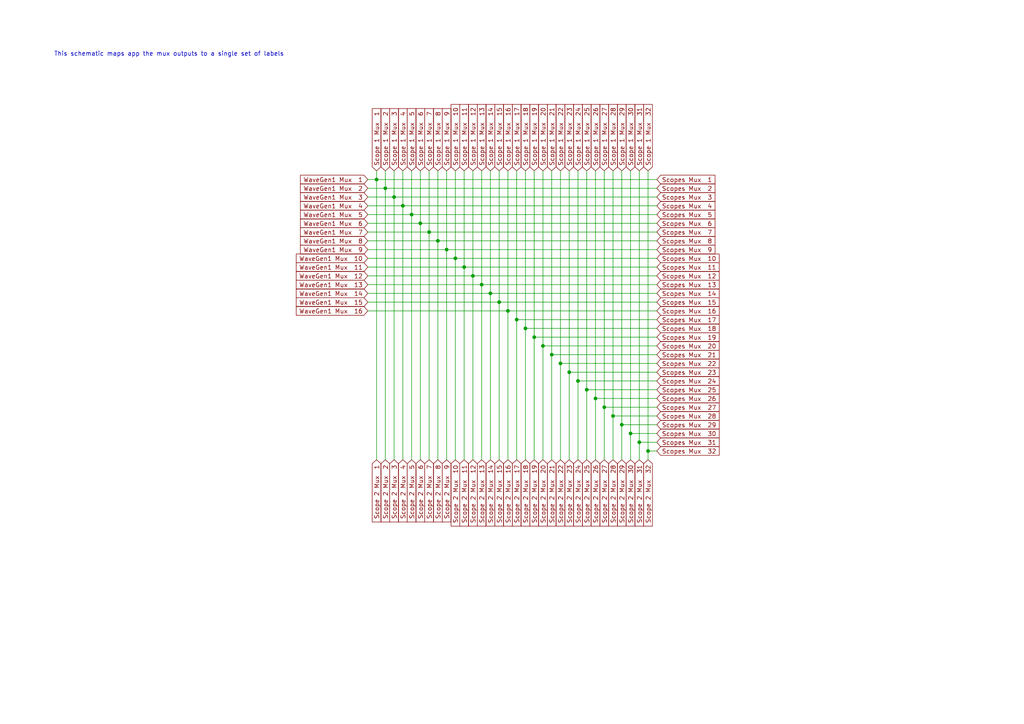
<source format=kicad_sch>
(kicad_sch
	(version 20250114)
	(generator "eeschema")
	(generator_version "9.0")
	(uuid "68d7dac2-f246-44dc-a2c8-8d69d4111fae")
	(paper "A4")
	(title_block
		(title "SCuM Observatory")
		(date "2025-04-10")
		(rev "2.1")
		(company "West Lab")
	)
	(lib_symbols)
	(text "This schematic maps app the mux outputs to a single set of labels"
		(exclude_from_sim no)
		(at 49.022 15.748 0)
		(effects
			(font
				(size 1.27 1.27)
			)
		)
		(uuid "afc0a1e2-8e63-4808-9c2f-0f2b37c83fd0")
	)
	(junction
		(at 129.54 72.39)
		(diameter 0)
		(color 0 0 0 0)
		(uuid "09f61539-95f9-4c82-944c-47a71ef5d423")
	)
	(junction
		(at 144.78 87.63)
		(diameter 0)
		(color 0 0 0 0)
		(uuid "1a3c1553-fb87-4e5b-a019-6fe1668d3196")
	)
	(junction
		(at 170.18 113.03)
		(diameter 0)
		(color 0 0 0 0)
		(uuid "1c1a8ccf-fd63-4572-94ff-139c70e4e283")
	)
	(junction
		(at 177.8 120.65)
		(diameter 0)
		(color 0 0 0 0)
		(uuid "31f98710-8744-41b3-87b2-89ddd1811d93")
	)
	(junction
		(at 160.02 102.87)
		(diameter 0)
		(color 0 0 0 0)
		(uuid "3279e119-189e-4bb7-a239-4a1b657efffe")
	)
	(junction
		(at 182.88 125.73)
		(diameter 0)
		(color 0 0 0 0)
		(uuid "45622882-d0d2-4d44-a4b6-4fa2d73e9619")
	)
	(junction
		(at 142.24 85.09)
		(diameter 0)
		(color 0 0 0 0)
		(uuid "4ce35c83-c09c-4656-8831-f87e4ddf5389")
	)
	(junction
		(at 114.3 57.15)
		(diameter 0)
		(color 0 0 0 0)
		(uuid "5a01a34d-e8ab-4d9d-913c-df67f2841ac5")
	)
	(junction
		(at 180.34 123.19)
		(diameter 0)
		(color 0 0 0 0)
		(uuid "654b213b-94a9-4064-b522-2b56c4775236")
	)
	(junction
		(at 152.4 95.25)
		(diameter 0)
		(color 0 0 0 0)
		(uuid "7545072a-7b11-4ee0-b6f6-895a9eb78eb5")
	)
	(junction
		(at 121.92 64.77)
		(diameter 0)
		(color 0 0 0 0)
		(uuid "76368bd2-ea06-4762-b57b-e7f223caee51")
	)
	(junction
		(at 132.08 74.93)
		(diameter 0)
		(color 0 0 0 0)
		(uuid "77f23f99-de9c-427a-bcf0-eaa23a477adb")
	)
	(junction
		(at 119.38 62.23)
		(diameter 0)
		(color 0 0 0 0)
		(uuid "87d528cf-b07b-41d4-8d13-ffa6ce14266f")
	)
	(junction
		(at 124.46 67.31)
		(diameter 0)
		(color 0 0 0 0)
		(uuid "886d75ea-cb1a-4d41-b741-c7be5041ea73")
	)
	(junction
		(at 175.26 118.11)
		(diameter 0)
		(color 0 0 0 0)
		(uuid "97043169-d998-4317-9eac-92429db0c706")
	)
	(junction
		(at 134.62 77.47)
		(diameter 0)
		(color 0 0 0 0)
		(uuid "9c9f8189-0b13-4af7-b6ca-2f3671254d01")
	)
	(junction
		(at 109.22 52.07)
		(diameter 0)
		(color 0 0 0 0)
		(uuid "a60372da-f2b0-47d8-a389-0b144558d53b")
	)
	(junction
		(at 172.72 115.57)
		(diameter 0)
		(color 0 0 0 0)
		(uuid "a73a13d7-676a-4c8a-803a-2881d5089c46")
	)
	(junction
		(at 187.96 130.81)
		(diameter 0)
		(color 0 0 0 0)
		(uuid "a77d665a-041f-44dc-b812-7a5eb2300b68")
	)
	(junction
		(at 127 69.85)
		(diameter 0)
		(color 0 0 0 0)
		(uuid "a796dfa6-e48a-4c8e-a42d-eb8426b88585")
	)
	(junction
		(at 185.42 128.27)
		(diameter 0)
		(color 0 0 0 0)
		(uuid "af791a4f-312d-4dad-8189-24a3c563b192")
	)
	(junction
		(at 149.86 92.71)
		(diameter 0)
		(color 0 0 0 0)
		(uuid "b4b980fe-ba81-4a93-bb0f-aa4b4628937d")
	)
	(junction
		(at 154.94 97.79)
		(diameter 0)
		(color 0 0 0 0)
		(uuid "b7eb165a-c7f6-47f1-9198-13e40674b487")
	)
	(junction
		(at 111.76 54.61)
		(diameter 0)
		(color 0 0 0 0)
		(uuid "b86ef9d5-4dd4-4c5d-b572-2cccf663bea0")
	)
	(junction
		(at 137.16 80.01)
		(diameter 0)
		(color 0 0 0 0)
		(uuid "d25aacb0-7b6f-4e14-bb86-85b889c039f8")
	)
	(junction
		(at 147.32 90.17)
		(diameter 0)
		(color 0 0 0 0)
		(uuid "d7580782-5844-415d-9786-5fcff1892264")
	)
	(junction
		(at 157.48 100.33)
		(diameter 0)
		(color 0 0 0 0)
		(uuid "e4e952a9-a410-4a16-8ddb-6a830cededba")
	)
	(junction
		(at 162.56 105.41)
		(diameter 0)
		(color 0 0 0 0)
		(uuid "e8f35afe-3ae4-4bae-9fe1-b31e59e5ba20")
	)
	(junction
		(at 116.84 59.69)
		(diameter 0)
		(color 0 0 0 0)
		(uuid "ec88a05b-963a-4764-919a-8dea875c3258")
	)
	(junction
		(at 165.1 107.95)
		(diameter 0)
		(color 0 0 0 0)
		(uuid "edb73d55-19f9-4daa-9294-ea7b14069013")
	)
	(junction
		(at 139.7 82.55)
		(diameter 0)
		(color 0 0 0 0)
		(uuid "eeaf3ea7-d0cb-417e-8500-c79be5eb8ca8")
	)
	(junction
		(at 167.64 110.49)
		(diameter 0)
		(color 0 0 0 0)
		(uuid "ff353137-3606-484c-a6ce-b648e96b0daa")
	)
	(wire
		(pts
			(xy 152.4 95.25) (xy 190.5 95.25)
		)
		(stroke
			(width 0)
			(type default)
		)
		(uuid "01c2b896-9aa6-40ef-80a9-6cf9ea5ba1e2")
	)
	(wire
		(pts
			(xy 127 133.35) (xy 127 69.85)
		)
		(stroke
			(width 0)
			(type default)
		)
		(uuid "024ad095-ee37-40c2-aefb-545565644182")
	)
	(wire
		(pts
			(xy 182.88 125.73) (xy 182.88 49.53)
		)
		(stroke
			(width 0)
			(type default)
		)
		(uuid "059d6c32-9936-4457-8341-e2fe1527d86c")
	)
	(wire
		(pts
			(xy 106.68 64.77) (xy 121.92 64.77)
		)
		(stroke
			(width 0)
			(type default)
		)
		(uuid "091bda38-37f2-4494-9e56-7548b1dc4a11")
	)
	(wire
		(pts
			(xy 142.24 85.09) (xy 190.5 85.09)
		)
		(stroke
			(width 0)
			(type default)
		)
		(uuid "0bb61233-ef51-425b-b955-23d5c0bed83f")
	)
	(wire
		(pts
			(xy 144.78 87.63) (xy 144.78 49.53)
		)
		(stroke
			(width 0)
			(type default)
		)
		(uuid "13b444b7-bbd1-4d36-9875-4430aa8539b9")
	)
	(wire
		(pts
			(xy 106.68 72.39) (xy 129.54 72.39)
		)
		(stroke
			(width 0)
			(type default)
		)
		(uuid "141b7c59-c1fc-41e0-aa0e-df42f7780c08")
	)
	(wire
		(pts
			(xy 147.32 90.17) (xy 147.32 49.53)
		)
		(stroke
			(width 0)
			(type default)
		)
		(uuid "151fc9f9-5978-4341-8a90-1c9cc7f471f9")
	)
	(wire
		(pts
			(xy 170.18 113.03) (xy 170.18 49.53)
		)
		(stroke
			(width 0)
			(type default)
		)
		(uuid "17cff609-63f1-4f70-9f42-29a1c43695a3")
	)
	(wire
		(pts
			(xy 182.88 125.73) (xy 182.88 133.35)
		)
		(stroke
			(width 0)
			(type default)
		)
		(uuid "1884d32d-e817-491e-b6d4-32a731a9e235")
	)
	(wire
		(pts
			(xy 157.48 100.33) (xy 190.5 100.33)
		)
		(stroke
			(width 0)
			(type default)
		)
		(uuid "1bda1e6f-0aef-44af-b947-40a80fbece74")
	)
	(wire
		(pts
			(xy 129.54 72.39) (xy 129.54 133.35)
		)
		(stroke
			(width 0)
			(type default)
		)
		(uuid "1e8e37f4-11bd-45ea-ab7e-aa4e269242f1")
	)
	(wire
		(pts
			(xy 106.68 57.15) (xy 114.3 57.15)
		)
		(stroke
			(width 0)
			(type default)
		)
		(uuid "20708f4e-345c-4d22-bd2e-d47f0659beaf")
	)
	(wire
		(pts
			(xy 180.34 123.19) (xy 180.34 133.35)
		)
		(stroke
			(width 0)
			(type default)
		)
		(uuid "20d51760-604f-4b4a-8141-230e70459848")
	)
	(wire
		(pts
			(xy 106.68 90.17) (xy 147.32 90.17)
		)
		(stroke
			(width 0)
			(type default)
		)
		(uuid "20df388c-bd8b-48ef-b485-64dd7cd85132")
	)
	(wire
		(pts
			(xy 185.42 128.27) (xy 190.5 128.27)
		)
		(stroke
			(width 0)
			(type default)
		)
		(uuid "23e618d0-bcdf-463e-ad97-85685fafa1b8")
	)
	(wire
		(pts
			(xy 106.68 85.09) (xy 142.24 85.09)
		)
		(stroke
			(width 0)
			(type default)
		)
		(uuid "2a8c49e2-4f4a-422e-84a9-852baec93a97")
	)
	(wire
		(pts
			(xy 144.78 87.63) (xy 190.5 87.63)
		)
		(stroke
			(width 0)
			(type default)
		)
		(uuid "2b8ea292-8325-4b47-a6ae-7c847895c6a2")
	)
	(wire
		(pts
			(xy 124.46 67.31) (xy 190.5 67.31)
		)
		(stroke
			(width 0)
			(type default)
		)
		(uuid "2c46a438-d4ca-4730-ab72-127805f2ca6a")
	)
	(wire
		(pts
			(xy 160.02 102.87) (xy 160.02 133.35)
		)
		(stroke
			(width 0)
			(type default)
		)
		(uuid "2c84a689-9fdb-4602-8311-2fd5e384e363")
	)
	(wire
		(pts
			(xy 165.1 107.95) (xy 190.5 107.95)
		)
		(stroke
			(width 0)
			(type default)
		)
		(uuid "2f1e733a-6582-4c5c-a568-d6c3e0659b88")
	)
	(wire
		(pts
			(xy 106.68 62.23) (xy 119.38 62.23)
		)
		(stroke
			(width 0)
			(type default)
		)
		(uuid "2fc8054d-848e-4615-a571-560812724697")
	)
	(wire
		(pts
			(xy 114.3 57.15) (xy 190.5 57.15)
		)
		(stroke
			(width 0)
			(type default)
		)
		(uuid "30578df7-fa26-4a16-b4c7-60f9060fa67c")
	)
	(wire
		(pts
			(xy 154.94 97.79) (xy 190.5 97.79)
		)
		(stroke
			(width 0)
			(type default)
		)
		(uuid "366d3f27-4c9e-42af-ab3c-096380994fc4")
	)
	(wire
		(pts
			(xy 121.92 64.77) (xy 121.92 133.35)
		)
		(stroke
			(width 0)
			(type default)
		)
		(uuid "38e1c616-4def-45af-99fd-325df8f6c677")
	)
	(wire
		(pts
			(xy 160.02 102.87) (xy 190.5 102.87)
		)
		(stroke
			(width 0)
			(type default)
		)
		(uuid "39c7272d-de34-4c79-8b2d-97796b1d6ca2")
	)
	(wire
		(pts
			(xy 147.32 90.17) (xy 190.5 90.17)
		)
		(stroke
			(width 0)
			(type default)
		)
		(uuid "3c5e47db-88af-47a5-804b-ea5fc0d12dc9")
	)
	(wire
		(pts
			(xy 109.22 52.07) (xy 190.5 52.07)
		)
		(stroke
			(width 0)
			(type default)
		)
		(uuid "3dfae116-37c0-4444-930f-6b32cded82d8")
	)
	(wire
		(pts
			(xy 109.22 52.07) (xy 109.22 133.35)
		)
		(stroke
			(width 0)
			(type default)
		)
		(uuid "3e036365-28c7-4b59-b4dc-4bea777abfcc")
	)
	(wire
		(pts
			(xy 165.1 107.95) (xy 165.1 133.35)
		)
		(stroke
			(width 0)
			(type default)
		)
		(uuid "401c754e-4224-4aa9-9350-915ee4ae9152")
	)
	(wire
		(pts
			(xy 124.46 67.31) (xy 124.46 49.53)
		)
		(stroke
			(width 0)
			(type default)
		)
		(uuid "41fd38a2-edab-4e41-8cd1-bcd9a7758756")
	)
	(wire
		(pts
			(xy 170.18 113.03) (xy 170.18 133.35)
		)
		(stroke
			(width 0)
			(type default)
		)
		(uuid "4459ef91-e95a-45d5-b080-2186f59c5d11")
	)
	(wire
		(pts
			(xy 182.88 125.73) (xy 190.5 125.73)
		)
		(stroke
			(width 0)
			(type default)
		)
		(uuid "4af37541-2a54-41df-af95-099995f48042")
	)
	(wire
		(pts
			(xy 106.68 67.31) (xy 124.46 67.31)
		)
		(stroke
			(width 0)
			(type default)
		)
		(uuid "4b1450b1-b74b-4199-8aa8-034833b3ae49")
	)
	(wire
		(pts
			(xy 106.68 69.85) (xy 127 69.85)
		)
		(stroke
			(width 0)
			(type default)
		)
		(uuid "4e6b7703-0cb5-413a-9a6d-efafa2b42c2d")
	)
	(wire
		(pts
			(xy 109.22 49.53) (xy 109.22 52.07)
		)
		(stroke
			(width 0)
			(type default)
		)
		(uuid "522f6084-04cb-4f2d-81f7-983d2ed557ed")
	)
	(wire
		(pts
			(xy 152.4 49.53) (xy 152.4 95.25)
		)
		(stroke
			(width 0)
			(type default)
		)
		(uuid "523630b1-3d73-4fc0-a055-d92acfd33303")
	)
	(wire
		(pts
			(xy 127 69.85) (xy 127 49.53)
		)
		(stroke
			(width 0)
			(type default)
		)
		(uuid "526fba01-c35a-40d2-8b72-6ea07e34d7cf")
	)
	(wire
		(pts
			(xy 162.56 105.41) (xy 190.5 105.41)
		)
		(stroke
			(width 0)
			(type default)
		)
		(uuid "556b3cb2-5a31-4c0a-91a4-e2488c066f65")
	)
	(wire
		(pts
			(xy 114.3 57.15) (xy 114.3 133.35)
		)
		(stroke
			(width 0)
			(type default)
		)
		(uuid "5698d37d-c419-4dd7-b9bb-6da8b20edf72")
	)
	(wire
		(pts
			(xy 149.86 92.71) (xy 190.5 92.71)
		)
		(stroke
			(width 0)
			(type default)
		)
		(uuid "59e3010d-212c-4810-9e0e-5dde1926fc09")
	)
	(wire
		(pts
			(xy 177.8 120.65) (xy 190.5 120.65)
		)
		(stroke
			(width 0)
			(type default)
		)
		(uuid "59f68b9d-373d-4765-8292-e20da80cb291")
	)
	(wire
		(pts
			(xy 139.7 82.55) (xy 139.7 49.53)
		)
		(stroke
			(width 0)
			(type default)
		)
		(uuid "5e2671c0-65d5-45a6-89b6-a4d01b1bce1b")
	)
	(wire
		(pts
			(xy 106.68 77.47) (xy 134.62 77.47)
		)
		(stroke
			(width 0)
			(type default)
		)
		(uuid "66dfba96-f2aa-42e4-b95e-2b76b2a94603")
	)
	(wire
		(pts
			(xy 114.3 57.15) (xy 114.3 49.53)
		)
		(stroke
			(width 0)
			(type default)
		)
		(uuid "680123e2-23f2-4f31-a1ef-83d24d496a92")
	)
	(wire
		(pts
			(xy 106.68 74.93) (xy 132.08 74.93)
		)
		(stroke
			(width 0)
			(type default)
		)
		(uuid "6b220f0f-8778-45ee-b92c-5424959567c9")
	)
	(wire
		(pts
			(xy 134.62 77.47) (xy 190.5 77.47)
		)
		(stroke
			(width 0)
			(type default)
		)
		(uuid "6bcd157d-8328-490e-b247-bd25a7506770")
	)
	(wire
		(pts
			(xy 172.72 115.57) (xy 172.72 133.35)
		)
		(stroke
			(width 0)
			(type default)
		)
		(uuid "6c2c6754-b51e-49a6-bb8d-529bd60b58fe")
	)
	(wire
		(pts
			(xy 116.84 59.69) (xy 116.84 49.53)
		)
		(stroke
			(width 0)
			(type default)
		)
		(uuid "6d00daf3-70f8-47f4-9a07-7b968f7fe8c1")
	)
	(wire
		(pts
			(xy 106.68 52.07) (xy 109.22 52.07)
		)
		(stroke
			(width 0)
			(type default)
		)
		(uuid "6ddbfc7b-805b-4ba1-9b4d-3acbad121225")
	)
	(wire
		(pts
			(xy 160.02 102.87) (xy 160.02 49.53)
		)
		(stroke
			(width 0)
			(type default)
		)
		(uuid "6ee51ce6-6a5f-4227-9e49-ccfd2830589c")
	)
	(wire
		(pts
			(xy 139.7 82.55) (xy 139.7 133.35)
		)
		(stroke
			(width 0)
			(type default)
		)
		(uuid "7109cfa3-7286-4969-a43c-7df63137ad4f")
	)
	(wire
		(pts
			(xy 185.42 128.27) (xy 185.42 49.53)
		)
		(stroke
			(width 0)
			(type default)
		)
		(uuid "72fc0ce7-678c-4886-9428-1d3317158ac7")
	)
	(wire
		(pts
			(xy 165.1 107.95) (xy 165.1 49.53)
		)
		(stroke
			(width 0)
			(type default)
		)
		(uuid "74344202-2882-42f5-9f3b-566be05f3683")
	)
	(wire
		(pts
			(xy 187.96 130.81) (xy 187.96 133.35)
		)
		(stroke
			(width 0)
			(type default)
		)
		(uuid "7515a3ce-1815-46b8-8bc2-b93b5538f45d")
	)
	(wire
		(pts
			(xy 134.62 77.47) (xy 134.62 133.35)
		)
		(stroke
			(width 0)
			(type default)
		)
		(uuid "76ad24a7-755c-41d6-b159-5c9dd62a0488")
	)
	(wire
		(pts
			(xy 162.56 105.41) (xy 162.56 133.35)
		)
		(stroke
			(width 0)
			(type default)
		)
		(uuid "7960e3a9-413d-4b1a-a193-5fb091a3a97a")
	)
	(wire
		(pts
			(xy 129.54 72.39) (xy 190.5 72.39)
		)
		(stroke
			(width 0)
			(type default)
		)
		(uuid "7be72fbf-5d65-47ea-abca-888973fa9bb5")
	)
	(wire
		(pts
			(xy 142.24 85.09) (xy 142.24 49.53)
		)
		(stroke
			(width 0)
			(type default)
		)
		(uuid "7d06436b-88e8-4298-aadc-e6e73662f842")
	)
	(wire
		(pts
			(xy 167.64 110.49) (xy 167.64 133.35)
		)
		(stroke
			(width 0)
			(type default)
		)
		(uuid "7df867dd-cb74-4b27-901b-34652ae9022f")
	)
	(wire
		(pts
			(xy 137.16 80.01) (xy 137.16 133.35)
		)
		(stroke
			(width 0)
			(type default)
		)
		(uuid "806dfe49-f6cd-4e4d-bd75-662c19c580a9")
	)
	(wire
		(pts
			(xy 139.7 82.55) (xy 190.5 82.55)
		)
		(stroke
			(width 0)
			(type default)
		)
		(uuid "8229d58d-e5ac-44d0-8c08-bec792b3495d")
	)
	(wire
		(pts
			(xy 154.94 97.79) (xy 154.94 133.35)
		)
		(stroke
			(width 0)
			(type default)
		)
		(uuid "84255de7-d361-49e7-b4aa-44b338a2d1f0")
	)
	(wire
		(pts
			(xy 177.8 120.65) (xy 177.8 49.53)
		)
		(stroke
			(width 0)
			(type default)
		)
		(uuid "864d4ed1-ab9f-4b83-9969-577076ea424a")
	)
	(wire
		(pts
			(xy 132.08 74.93) (xy 132.08 133.35)
		)
		(stroke
			(width 0)
			(type default)
		)
		(uuid "866a84e0-e2cf-479f-87a6-6d34395312be")
	)
	(wire
		(pts
			(xy 111.76 54.61) (xy 111.76 49.53)
		)
		(stroke
			(width 0)
			(type default)
		)
		(uuid "86d91b94-fb13-405a-a22f-299c6c89318d")
	)
	(wire
		(pts
			(xy 106.68 87.63) (xy 144.78 87.63)
		)
		(stroke
			(width 0)
			(type default)
		)
		(uuid "87ddd3ef-e803-4473-8dfe-e2842a78936b")
	)
	(wire
		(pts
			(xy 132.08 74.93) (xy 190.5 74.93)
		)
		(stroke
			(width 0)
			(type default)
		)
		(uuid "8a4686c6-7287-4e43-b97c-8ee04eff5ed9")
	)
	(wire
		(pts
			(xy 167.64 110.49) (xy 167.64 49.53)
		)
		(stroke
			(width 0)
			(type default)
		)
		(uuid "94ad82cf-ed80-42f7-921f-2c51de3620aa")
	)
	(wire
		(pts
			(xy 116.84 59.69) (xy 116.84 133.35)
		)
		(stroke
			(width 0)
			(type default)
		)
		(uuid "95d72c36-3a91-469a-8eb8-46cc34f42a8e")
	)
	(wire
		(pts
			(xy 144.78 87.63) (xy 144.78 133.35)
		)
		(stroke
			(width 0)
			(type default)
		)
		(uuid "961578bc-4a49-477d-a749-055115be86fa")
	)
	(wire
		(pts
			(xy 180.34 123.19) (xy 180.34 49.53)
		)
		(stroke
			(width 0)
			(type default)
		)
		(uuid "9ab733fb-e78d-4ba6-a671-9e82c8c629e1")
	)
	(wire
		(pts
			(xy 121.92 64.77) (xy 121.92 49.53)
		)
		(stroke
			(width 0)
			(type default)
		)
		(uuid "9f486b70-c003-41ec-a93d-d4b87f7fb394")
	)
	(wire
		(pts
			(xy 180.34 123.19) (xy 190.5 123.19)
		)
		(stroke
			(width 0)
			(type default)
		)
		(uuid "a308b878-56dc-4769-b483-d2df79800ce5")
	)
	(wire
		(pts
			(xy 111.76 54.61) (xy 111.76 133.35)
		)
		(stroke
			(width 0)
			(type default)
		)
		(uuid "a80e5249-4bd1-4a0e-a324-74564f3f306a")
	)
	(wire
		(pts
			(xy 106.68 82.55) (xy 139.7 82.55)
		)
		(stroke
			(width 0)
			(type default)
		)
		(uuid "ab5f3b8d-56be-4f99-aa11-557181591b65")
	)
	(wire
		(pts
			(xy 134.62 77.47) (xy 134.62 49.53)
		)
		(stroke
			(width 0)
			(type default)
		)
		(uuid "ac55c821-6643-42d0-ba25-16f091df08c2")
	)
	(wire
		(pts
			(xy 119.38 62.23) (xy 119.38 133.35)
		)
		(stroke
			(width 0)
			(type default)
		)
		(uuid "b84b4a76-2cbb-4ce3-9091-e15b85a86e72")
	)
	(wire
		(pts
			(xy 119.38 62.23) (xy 119.38 49.53)
		)
		(stroke
			(width 0)
			(type default)
		)
		(uuid "bc2cc4d6-6491-4e5b-b731-b1f6866e09f4")
	)
	(wire
		(pts
			(xy 119.38 62.23) (xy 190.5 62.23)
		)
		(stroke
			(width 0)
			(type default)
		)
		(uuid "bd05a98f-c88e-486a-bd23-b5e35fb41c96")
	)
	(wire
		(pts
			(xy 137.16 80.01) (xy 190.5 80.01)
		)
		(stroke
			(width 0)
			(type default)
		)
		(uuid "be9d51ee-9499-499b-b285-9521d8071346")
	)
	(wire
		(pts
			(xy 132.08 74.93) (xy 132.08 49.53)
		)
		(stroke
			(width 0)
			(type default)
		)
		(uuid "c4839bcc-0d24-4ba4-bb30-a8e861b08e06")
	)
	(wire
		(pts
			(xy 172.72 115.57) (xy 190.5 115.57)
		)
		(stroke
			(width 0)
			(type default)
		)
		(uuid "c6ac13f8-5f3b-4441-b8a6-6fc5261a6b73")
	)
	(wire
		(pts
			(xy 106.68 80.01) (xy 137.16 80.01)
		)
		(stroke
			(width 0)
			(type default)
		)
		(uuid "c70abf3d-4d94-4f53-b55c-721d552f9056")
	)
	(wire
		(pts
			(xy 175.26 118.11) (xy 190.5 118.11)
		)
		(stroke
			(width 0)
			(type default)
		)
		(uuid "c70bfd72-441e-4527-bdff-05ebcacf86db")
	)
	(wire
		(pts
			(xy 137.16 80.01) (xy 137.16 49.53)
		)
		(stroke
			(width 0)
			(type default)
		)
		(uuid "c83c6bf3-7c3f-431c-b374-0fd0cd1344dc")
	)
	(wire
		(pts
			(xy 172.72 115.57) (xy 172.72 49.53)
		)
		(stroke
			(width 0)
			(type default)
		)
		(uuid "c854bc58-6b74-4a46-882c-1ab7b1e398d3")
	)
	(wire
		(pts
			(xy 149.86 92.71) (xy 149.86 49.53)
		)
		(stroke
			(width 0)
			(type default)
		)
		(uuid "c8d4809a-6755-4b90-943c-42ba8412d0ac")
	)
	(wire
		(pts
			(xy 157.48 100.33) (xy 157.48 133.35)
		)
		(stroke
			(width 0)
			(type default)
		)
		(uuid "ca0136bb-41dc-495b-90bc-efc1117a8ae5")
	)
	(wire
		(pts
			(xy 175.26 118.11) (xy 175.26 49.53)
		)
		(stroke
			(width 0)
			(type default)
		)
		(uuid "cb753b85-31da-4d54-8352-cfc9672b00db")
	)
	(wire
		(pts
			(xy 170.18 113.03) (xy 190.5 113.03)
		)
		(stroke
			(width 0)
			(type default)
		)
		(uuid "cc699491-2e43-4476-8ab4-918259987d70")
	)
	(wire
		(pts
			(xy 106.68 54.61) (xy 111.76 54.61)
		)
		(stroke
			(width 0)
			(type default)
		)
		(uuid "cfac9250-0c1b-4237-9e30-bd2bbd9f8834")
	)
	(wire
		(pts
			(xy 154.94 97.79) (xy 154.94 49.53)
		)
		(stroke
			(width 0)
			(type default)
		)
		(uuid "d2bff74e-7b5e-46e4-8ab6-aafaaeab6cbf")
	)
	(wire
		(pts
			(xy 187.96 130.81) (xy 187.96 49.53)
		)
		(stroke
			(width 0)
			(type default)
		)
		(uuid "d53b1648-56ee-4039-a19c-24818b81935e")
	)
	(wire
		(pts
			(xy 129.54 72.39) (xy 129.54 49.53)
		)
		(stroke
			(width 0)
			(type default)
		)
		(uuid "d59632de-8d90-4fd4-8e0b-c64315cfcb8b")
	)
	(wire
		(pts
			(xy 116.84 59.69) (xy 190.5 59.69)
		)
		(stroke
			(width 0)
			(type default)
		)
		(uuid "d891c5e1-9ffb-4c6a-98c6-64c2852e7fde")
	)
	(wire
		(pts
			(xy 152.4 95.25) (xy 152.4 133.35)
		)
		(stroke
			(width 0)
			(type default)
		)
		(uuid "d89250e5-a09e-428b-a32f-5e3216ff44ff")
	)
	(wire
		(pts
			(xy 127 69.85) (xy 190.5 69.85)
		)
		(stroke
			(width 0)
			(type default)
		)
		(uuid "d8dd0e8e-80b9-4108-b55b-6456273b906c")
	)
	(wire
		(pts
			(xy 187.96 130.81) (xy 190.5 130.81)
		)
		(stroke
			(width 0)
			(type default)
		)
		(uuid "daeefa7b-fdbe-437d-a47d-ed0fdd239f47")
	)
	(wire
		(pts
			(xy 124.46 67.31) (xy 124.46 133.35)
		)
		(stroke
			(width 0)
			(type default)
		)
		(uuid "dec65baa-b966-4fa9-a48c-1f63b70f48c8")
	)
	(wire
		(pts
			(xy 121.92 64.77) (xy 190.5 64.77)
		)
		(stroke
			(width 0)
			(type default)
		)
		(uuid "dfc21661-ae4c-4c92-a58e-c7eb5431d840")
	)
	(wire
		(pts
			(xy 111.76 54.61) (xy 190.5 54.61)
		)
		(stroke
			(width 0)
			(type default)
		)
		(uuid "e0766172-980a-4a38-8ab7-dbba787ead58")
	)
	(wire
		(pts
			(xy 162.56 105.41) (xy 162.56 49.53)
		)
		(stroke
			(width 0)
			(type default)
		)
		(uuid "ea438609-a36b-456e-9185-61934523882b")
	)
	(wire
		(pts
			(xy 185.42 128.27) (xy 185.42 133.35)
		)
		(stroke
			(width 0)
			(type default)
		)
		(uuid "eb159514-4a42-40b7-885d-ebb106a39594")
	)
	(wire
		(pts
			(xy 167.64 110.49) (xy 190.5 110.49)
		)
		(stroke
			(width 0)
			(type default)
		)
		(uuid "ec3afc82-b4d2-440c-8449-fbe0cc81f942")
	)
	(wire
		(pts
			(xy 157.48 100.33) (xy 157.48 49.53)
		)
		(stroke
			(width 0)
			(type default)
		)
		(uuid "ec77da9e-6983-4b17-987f-e0708109f1c9")
	)
	(wire
		(pts
			(xy 106.68 59.69) (xy 116.84 59.69)
		)
		(stroke
			(width 0)
			(type default)
		)
		(uuid "f79aa0c1-286a-4cb9-87a5-531bf5e6d656")
	)
	(wire
		(pts
			(xy 142.24 133.35) (xy 142.24 85.09)
		)
		(stroke
			(width 0)
			(type default)
		)
		(uuid "f7bd7433-2552-43b1-9b4c-c552ac6574bb")
	)
	(wire
		(pts
			(xy 149.86 92.71) (xy 149.86 133.35)
		)
		(stroke
			(width 0)
			(type default)
		)
		(uuid "fa8f2fb3-8051-488f-98d8-15159a94592f")
	)
	(wire
		(pts
			(xy 175.26 133.35) (xy 175.26 118.11)
		)
		(stroke
			(width 0)
			(type default)
		)
		(uuid "feaad2ba-a4c9-43f6-81cf-5c8cee402f42")
	)
	(wire
		(pts
			(xy 177.8 120.65) (xy 177.8 133.35)
		)
		(stroke
			(width 0)
			(type default)
		)
		(uuid "ffa73c32-c94c-449e-a202-a99ad92406d7")
	)
	(wire
		(pts
			(xy 147.32 90.17) (xy 147.32 133.35)
		)
		(stroke
			(width 0)
			(type default)
		)
		(uuid "fffcdad1-497c-4bef-9067-01580030d247")
	)
	(global_label "Scope 1 Mux  14"
		(shape input)
		(at 142.24 49.53 90)
		(fields_autoplaced yes)
		(effects
			(font
				(size 1.27 1.27)
			)
			(justify left)
		)
		(uuid "00b2d9a1-8688-40cf-ab81-a5178971c118")
		(property "Intersheetrefs" "${INTERSHEET_REFS}"
			(at 142.24 29.7327 90)
			(effects
				(font
					(size 1.27 1.27)
				)
				(justify left)
				(hide yes)
			)
		)
	)
	(global_label "Scope 1 Mux  15"
		(shape input)
		(at 144.78 49.53 90)
		(fields_autoplaced yes)
		(effects
			(font
				(size 1.27 1.27)
			)
			(justify left)
		)
		(uuid "01d0ff02-0a3e-465a-89ba-97eb83520b7c")
		(property "Intersheetrefs" "${INTERSHEET_REFS}"
			(at 144.78 29.7327 90)
			(effects
				(font
					(size 1.27 1.27)
				)
				(justify left)
				(hide yes)
			)
		)
	)
	(global_label "Scopes Mux  27"
		(shape input)
		(at 190.5 118.11 0)
		(fields_autoplaced yes)
		(effects
			(font
				(size 1.27 1.27)
			)
			(justify left)
		)
		(uuid "03027259-8154-4e72-a05e-a326fbc75d62")
		(property "Intersheetrefs" "${INTERSHEET_REFS}"
			(at 209.1483 118.11 0)
			(effects
				(font
					(size 1.27 1.27)
				)
				(justify left)
				(hide yes)
			)
		)
	)
	(global_label "Scopes Mux  10"
		(shape input)
		(at 190.5 74.93 0)
		(fields_autoplaced yes)
		(effects
			(font
				(size 1.27 1.27)
			)
			(justify left)
		)
		(uuid "039be61e-de0c-4424-8020-b6f675218d90")
		(property "Intersheetrefs" "${INTERSHEET_REFS}"
			(at 209.1483 74.93 0)
			(effects
				(font
					(size 1.27 1.27)
				)
				(justify left)
				(hide yes)
			)
		)
	)
	(global_label "WaveGen1 Mux  7"
		(shape input)
		(at 106.68 67.31 180)
		(fields_autoplaced yes)
		(effects
			(font
				(size 1.27 1.27)
			)
			(justify right)
		)
		(uuid "04ce9d5e-d8a3-4fe5-9386-26bf379aa79e")
		(property "Intersheetrefs" "${INTERSHEET_REFS}"
			(at 86.5803 67.31 0)
			(effects
				(font
					(size 1.27 1.27)
				)
				(justify right)
				(hide yes)
			)
		)
	)
	(global_label "Scope 2 Mux  12"
		(shape input)
		(at 137.16 133.35 270)
		(fields_autoplaced yes)
		(effects
			(font
				(size 1.27 1.27)
			)
			(justify right)
		)
		(uuid "07432e60-039e-43dd-a089-392b98d672b9")
		(property "Intersheetrefs" "${INTERSHEET_REFS}"
			(at 137.16 153.1473 90)
			(effects
				(font
					(size 1.27 1.27)
				)
				(justify right)
				(hide yes)
			)
		)
	)
	(global_label "Scope 2 Mux  31"
		(shape input)
		(at 185.42 133.35 270)
		(fields_autoplaced yes)
		(effects
			(font
				(size 1.27 1.27)
			)
			(justify right)
		)
		(uuid "09153fa3-952e-482b-8b91-492567ccdf33")
		(property "Intersheetrefs" "${INTERSHEET_REFS}"
			(at 185.42 153.1473 90)
			(effects
				(font
					(size 1.27 1.27)
				)
				(justify right)
				(hide yes)
			)
		)
	)
	(global_label "WaveGen1 Mux  12"
		(shape input)
		(at 106.68 80.01 180)
		(fields_autoplaced yes)
		(effects
			(font
				(size 1.27 1.27)
			)
			(justify right)
		)
		(uuid "0c4e8784-8b50-4025-b9ed-572d692e031c")
		(property "Intersheetrefs" "${INTERSHEET_REFS}"
			(at 85.3708 80.01 0)
			(effects
				(font
					(size 1.27 1.27)
				)
				(justify right)
				(hide yes)
			)
		)
	)
	(global_label "Scope 2 Mux  5"
		(shape input)
		(at 119.38 133.35 270)
		(fields_autoplaced yes)
		(effects
			(font
				(size 1.27 1.27)
			)
			(justify right)
		)
		(uuid "0cab3ff8-237f-4d57-8814-0e9a4048ab90")
		(property "Intersheetrefs" "${INTERSHEET_REFS}"
			(at 119.38 151.9378 90)
			(effects
				(font
					(size 1.27 1.27)
				)
				(justify right)
				(hide yes)
			)
		)
	)
	(global_label "WaveGen1 Mux  9"
		(shape input)
		(at 106.68 72.39 180)
		(fields_autoplaced yes)
		(effects
			(font
				(size 1.27 1.27)
			)
			(justify right)
		)
		(uuid "1284be41-969e-4e1b-829e-ee984d9c18f9")
		(property "Intersheetrefs" "${INTERSHEET_REFS}"
			(at 86.5803 72.39 0)
			(effects
				(font
					(size 1.27 1.27)
				)
				(justify right)
				(hide yes)
			)
		)
	)
	(global_label "WaveGen1 Mux  15"
		(shape input)
		(at 106.68 87.63 180)
		(fields_autoplaced yes)
		(effects
			(font
				(size 1.27 1.27)
			)
			(justify right)
		)
		(uuid "1578b670-eb89-4400-9bd9-8f0b6731bd24")
		(property "Intersheetrefs" "${INTERSHEET_REFS}"
			(at 85.3708 87.63 0)
			(effects
				(font
					(size 1.27 1.27)
				)
				(justify right)
				(hide yes)
			)
		)
	)
	(global_label "Scope 2 Mux  17"
		(shape input)
		(at 149.86 133.35 270)
		(fields_autoplaced yes)
		(effects
			(font
				(size 1.27 1.27)
			)
			(justify right)
		)
		(uuid "1652a81d-1fe0-43ce-acf9-5012d63f6b6b")
		(property "Intersheetrefs" "${INTERSHEET_REFS}"
			(at 149.86 153.1473 90)
			(effects
				(font
					(size 1.27 1.27)
				)
				(justify right)
				(hide yes)
			)
		)
	)
	(global_label "Scopes Mux  9"
		(shape input)
		(at 190.5 72.39 0)
		(fields_autoplaced yes)
		(effects
			(font
				(size 1.27 1.27)
			)
			(justify left)
		)
		(uuid "18670028-3683-4f4b-8498-ff60326ad8fb")
		(property "Intersheetrefs" "${INTERSHEET_REFS}"
			(at 207.9388 72.39 0)
			(effects
				(font
					(size 1.27 1.27)
				)
				(justify left)
				(hide yes)
			)
		)
	)
	(global_label "Scope 2 Mux  1"
		(shape input)
		(at 109.22 133.35 270)
		(fields_autoplaced yes)
		(effects
			(font
				(size 1.27 1.27)
			)
			(justify right)
		)
		(uuid "1a3ae580-6e96-43f5-ad18-f9049b73b390")
		(property "Intersheetrefs" "${INTERSHEET_REFS}"
			(at 109.22 151.9378 90)
			(effects
				(font
					(size 1.27 1.27)
				)
				(justify right)
				(hide yes)
			)
		)
	)
	(global_label "WaveGen1 Mux  10"
		(shape input)
		(at 106.68 74.93 180)
		(fields_autoplaced yes)
		(effects
			(font
				(size 1.27 1.27)
			)
			(justify right)
		)
		(uuid "1b57a025-c34e-4f03-be4f-5b933e0376a7")
		(property "Intersheetrefs" "${INTERSHEET_REFS}"
			(at 85.3708 74.93 0)
			(effects
				(font
					(size 1.27 1.27)
				)
				(justify right)
				(hide yes)
			)
		)
	)
	(global_label "Scopes Mux  17"
		(shape input)
		(at 190.5 92.71 0)
		(fields_autoplaced yes)
		(effects
			(font
				(size 1.27 1.27)
			)
			(justify left)
		)
		(uuid "1bb1973d-e631-4e58-8cfc-8967d9d17aea")
		(property "Intersheetrefs" "${INTERSHEET_REFS}"
			(at 209.1483 92.71 0)
			(effects
				(font
					(size 1.27 1.27)
				)
				(justify left)
				(hide yes)
			)
		)
	)
	(global_label "Scopes Mux  6"
		(shape input)
		(at 190.5 64.77 0)
		(fields_autoplaced yes)
		(effects
			(font
				(size 1.27 1.27)
			)
			(justify left)
		)
		(uuid "1d0ff7f4-f0b8-4f62-aa8f-d29cedefbfd8")
		(property "Intersheetrefs" "${INTERSHEET_REFS}"
			(at 207.9388 64.77 0)
			(effects
				(font
					(size 1.27 1.27)
				)
				(justify left)
				(hide yes)
			)
		)
	)
	(global_label "Scopes Mux  32"
		(shape input)
		(at 190.5 130.81 0)
		(fields_autoplaced yes)
		(effects
			(font
				(size 1.27 1.27)
			)
			(justify left)
		)
		(uuid "20b6de7c-5a75-4dc8-9cb9-ea9d44c60264")
		(property "Intersheetrefs" "${INTERSHEET_REFS}"
			(at 209.1483 130.81 0)
			(effects
				(font
					(size 1.27 1.27)
				)
				(justify left)
				(hide yes)
			)
		)
	)
	(global_label "Scopes Mux  28"
		(shape input)
		(at 190.5 120.65 0)
		(fields_autoplaced yes)
		(effects
			(font
				(size 1.27 1.27)
			)
			(justify left)
		)
		(uuid "217fe789-52df-46a8-b6db-c19436e55c23")
		(property "Intersheetrefs" "${INTERSHEET_REFS}"
			(at 209.1483 120.65 0)
			(effects
				(font
					(size 1.27 1.27)
				)
				(justify left)
				(hide yes)
			)
		)
	)
	(global_label "Scope 1 Mux  2"
		(shape input)
		(at 111.76 49.53 90)
		(fields_autoplaced yes)
		(effects
			(font
				(size 1.27 1.27)
			)
			(justify left)
		)
		(uuid "2706ed8b-0c48-4359-8498-d4cec2801f3a")
		(property "Intersheetrefs" "${INTERSHEET_REFS}"
			(at 111.76 30.9422 90)
			(effects
				(font
					(size 1.27 1.27)
				)
				(justify left)
				(hide yes)
			)
		)
	)
	(global_label "Scope 1 Mux  21"
		(shape input)
		(at 160.02 49.53 90)
		(fields_autoplaced yes)
		(effects
			(font
				(size 1.27 1.27)
			)
			(justify left)
		)
		(uuid "3333a34c-9d15-44d7-98ef-5d957d22c846")
		(property "Intersheetrefs" "${INTERSHEET_REFS}"
			(at 160.02 29.7327 90)
			(effects
				(font
					(size 1.27 1.27)
				)
				(justify left)
				(hide yes)
			)
		)
	)
	(global_label "Scope 1 Mux  26"
		(shape input)
		(at 172.72 49.53 90)
		(fields_autoplaced yes)
		(effects
			(font
				(size 1.27 1.27)
			)
			(justify left)
		)
		(uuid "369cae7b-ee38-4655-bd01-a7a2f4f30ed9")
		(property "Intersheetrefs" "${INTERSHEET_REFS}"
			(at 172.72 29.7327 90)
			(effects
				(font
					(size 1.27 1.27)
				)
				(justify left)
				(hide yes)
			)
		)
	)
	(global_label "WaveGen1 Mux  5"
		(shape input)
		(at 106.68 62.23 180)
		(fields_autoplaced yes)
		(effects
			(font
				(size 1.27 1.27)
			)
			(justify right)
		)
		(uuid "36db9e80-d918-455c-836b-1ad192ba45c4")
		(property "Intersheetrefs" "${INTERSHEET_REFS}"
			(at 86.5803 62.23 0)
			(effects
				(font
					(size 1.27 1.27)
				)
				(justify right)
				(hide yes)
			)
		)
	)
	(global_label "Scope 1 Mux  27"
		(shape input)
		(at 175.26 49.53 90)
		(fields_autoplaced yes)
		(effects
			(font
				(size 1.27 1.27)
			)
			(justify left)
		)
		(uuid "3aa19e14-739e-4617-8443-a21a1bc5cdcf")
		(property "Intersheetrefs" "${INTERSHEET_REFS}"
			(at 175.26 29.7327 90)
			(effects
				(font
					(size 1.27 1.27)
				)
				(justify left)
				(hide yes)
			)
		)
	)
	(global_label "Scope 1 Mux  3"
		(shape input)
		(at 114.3 49.53 90)
		(fields_autoplaced yes)
		(effects
			(font
				(size 1.27 1.27)
			)
			(justify left)
		)
		(uuid "3b05da80-273d-403c-8ff2-640cffd5c1fc")
		(property "Intersheetrefs" "${INTERSHEET_REFS}"
			(at 114.3 30.9422 90)
			(effects
				(font
					(size 1.27 1.27)
				)
				(justify left)
				(hide yes)
			)
		)
	)
	(global_label "Scope 1 Mux  23"
		(shape input)
		(at 165.1 49.53 90)
		(fields_autoplaced yes)
		(effects
			(font
				(size 1.27 1.27)
			)
			(justify left)
		)
		(uuid "3bd18b06-75f5-49b8-a3bb-e8adde5cbde7")
		(property "Intersheetrefs" "${INTERSHEET_REFS}"
			(at 165.1 29.7327 90)
			(effects
				(font
					(size 1.27 1.27)
				)
				(justify left)
				(hide yes)
			)
		)
	)
	(global_label "Scopes Mux  16"
		(shape input)
		(at 190.5 90.17 0)
		(fields_autoplaced yes)
		(effects
			(font
				(size 1.27 1.27)
			)
			(justify left)
		)
		(uuid "3cc9dca5-8dce-4307-9f40-41241cffe8f1")
		(property "Intersheetrefs" "${INTERSHEET_REFS}"
			(at 209.1483 90.17 0)
			(effects
				(font
					(size 1.27 1.27)
				)
				(justify left)
				(hide yes)
			)
		)
	)
	(global_label "Scope 1 Mux  4"
		(shape input)
		(at 116.84 49.53 90)
		(fields_autoplaced yes)
		(effects
			(font
				(size 1.27 1.27)
			)
			(justify left)
		)
		(uuid "3d43d034-b2f7-44c6-8802-f9bf0fca38ee")
		(property "Intersheetrefs" "${INTERSHEET_REFS}"
			(at 116.84 30.9422 90)
			(effects
				(font
					(size 1.27 1.27)
				)
				(justify left)
				(hide yes)
			)
		)
	)
	(global_label "Scope 2 Mux  19"
		(shape input)
		(at 154.94 133.35 270)
		(fields_autoplaced yes)
		(effects
			(font
				(size 1.27 1.27)
			)
			(justify right)
		)
		(uuid "3dd01f21-ab1e-457e-942b-c32486902345")
		(property "Intersheetrefs" "${INTERSHEET_REFS}"
			(at 154.94 153.1473 90)
			(effects
				(font
					(size 1.27 1.27)
				)
				(justify right)
				(hide yes)
			)
		)
	)
	(global_label "Scopes Mux  18"
		(shape input)
		(at 190.5 95.25 0)
		(fields_autoplaced yes)
		(effects
			(font
				(size 1.27 1.27)
			)
			(justify left)
		)
		(uuid "3fd905ae-732e-4854-ba8e-7ace726cb6bc")
		(property "Intersheetrefs" "${INTERSHEET_REFS}"
			(at 209.1483 95.25 0)
			(effects
				(font
					(size 1.27 1.27)
				)
				(justify left)
				(hide yes)
			)
		)
	)
	(global_label "Scope 2 Mux  26"
		(shape input)
		(at 172.72 133.35 270)
		(fields_autoplaced yes)
		(effects
			(font
				(size 1.27 1.27)
			)
			(justify right)
		)
		(uuid "3fddf835-9e22-4bba-8eca-ef4120a22b86")
		(property "Intersheetrefs" "${INTERSHEET_REFS}"
			(at 172.72 153.1473 90)
			(effects
				(font
					(size 1.27 1.27)
				)
				(justify right)
				(hide yes)
			)
		)
	)
	(global_label "Scope 1 Mux  29"
		(shape input)
		(at 180.34 49.53 90)
		(fields_autoplaced yes)
		(effects
			(font
				(size 1.27 1.27)
			)
			(justify left)
		)
		(uuid "4322b745-64a7-46a6-bd5f-30ffadf2143f")
		(property "Intersheetrefs" "${INTERSHEET_REFS}"
			(at 180.34 29.7327 90)
			(effects
				(font
					(size 1.27 1.27)
				)
				(justify left)
				(hide yes)
			)
		)
	)
	(global_label "Scope 1 Mux  11"
		(shape input)
		(at 134.62 49.53 90)
		(fields_autoplaced yes)
		(effects
			(font
				(size 1.27 1.27)
			)
			(justify left)
		)
		(uuid "4511e98f-b0a4-439b-9f6f-75ef7d2c54dc")
		(property "Intersheetrefs" "${INTERSHEET_REFS}"
			(at 134.62 29.7327 90)
			(effects
				(font
					(size 1.27 1.27)
				)
				(justify left)
				(hide yes)
			)
		)
	)
	(global_label "Scopes Mux  24"
		(shape input)
		(at 190.5 110.49 0)
		(fields_autoplaced yes)
		(effects
			(font
				(size 1.27 1.27)
			)
			(justify left)
		)
		(uuid "45e2072a-1c3d-467f-8aa2-14b33eb71204")
		(property "Intersheetrefs" "${INTERSHEET_REFS}"
			(at 209.1483 110.49 0)
			(effects
				(font
					(size 1.27 1.27)
				)
				(justify left)
				(hide yes)
			)
		)
	)
	(global_label "Scope 1 Mux  12"
		(shape input)
		(at 137.16 49.53 90)
		(fields_autoplaced yes)
		(effects
			(font
				(size 1.27 1.27)
			)
			(justify left)
		)
		(uuid "4613dcde-c3f5-49c9-97cb-b11b8ccec3fb")
		(property "Intersheetrefs" "${INTERSHEET_REFS}"
			(at 137.16 29.7327 90)
			(effects
				(font
					(size 1.27 1.27)
				)
				(justify left)
				(hide yes)
			)
		)
	)
	(global_label "Scope 2 Mux  32"
		(shape input)
		(at 187.96 133.35 270)
		(fields_autoplaced yes)
		(effects
			(font
				(size 1.27 1.27)
			)
			(justify right)
		)
		(uuid "4b3405c5-62c0-4f05-92b0-8062cb750560")
		(property "Intersheetrefs" "${INTERSHEET_REFS}"
			(at 187.96 153.1473 90)
			(effects
				(font
					(size 1.27 1.27)
				)
				(justify right)
				(hide yes)
			)
		)
	)
	(global_label "Scope 1 Mux  10"
		(shape input)
		(at 132.08 49.53 90)
		(fields_autoplaced yes)
		(effects
			(font
				(size 1.27 1.27)
			)
			(justify left)
		)
		(uuid "4bfbf3c8-56a8-423d-97c0-aa5f4a797c2f")
		(property "Intersheetrefs" "${INTERSHEET_REFS}"
			(at 132.08 29.7327 90)
			(effects
				(font
					(size 1.27 1.27)
				)
				(justify left)
				(hide yes)
			)
		)
	)
	(global_label "Scope 1 Mux  22"
		(shape input)
		(at 162.56 49.53 90)
		(fields_autoplaced yes)
		(effects
			(font
				(size 1.27 1.27)
			)
			(justify left)
		)
		(uuid "4e587faa-c6d5-4753-baca-99a8da0c45d0")
		(property "Intersheetrefs" "${INTERSHEET_REFS}"
			(at 162.56 29.7327 90)
			(effects
				(font
					(size 1.27 1.27)
				)
				(justify left)
				(hide yes)
			)
		)
	)
	(global_label "Scopes Mux  15"
		(shape input)
		(at 190.5 87.63 0)
		(fields_autoplaced yes)
		(effects
			(font
				(size 1.27 1.27)
			)
			(justify left)
		)
		(uuid "4eceb976-c765-4126-9e73-a6343c1c0eb2")
		(property "Intersheetrefs" "${INTERSHEET_REFS}"
			(at 209.1483 87.63 0)
			(effects
				(font
					(size 1.27 1.27)
				)
				(justify left)
				(hide yes)
			)
		)
	)
	(global_label "WaveGen1 Mux  16"
		(shape input)
		(at 106.68 90.17 180)
		(fields_autoplaced yes)
		(effects
			(font
				(size 1.27 1.27)
			)
			(justify right)
		)
		(uuid "4f661be0-bfbc-4031-9424-33d818254c7b")
		(property "Intersheetrefs" "${INTERSHEET_REFS}"
			(at 85.3708 90.17 0)
			(effects
				(font
					(size 1.27 1.27)
				)
				(justify right)
				(hide yes)
			)
		)
	)
	(global_label "Scope 2 Mux  28"
		(shape input)
		(at 177.8 133.35 270)
		(fields_autoplaced yes)
		(effects
			(font
				(size 1.27 1.27)
			)
			(justify right)
		)
		(uuid "560fdf23-393c-427a-942a-4916c16e0cd7")
		(property "Intersheetrefs" "${INTERSHEET_REFS}"
			(at 177.8 153.1473 90)
			(effects
				(font
					(size 1.27 1.27)
				)
				(justify right)
				(hide yes)
			)
		)
	)
	(global_label "Scope 1 Mux  31"
		(shape input)
		(at 185.42 49.53 90)
		(fields_autoplaced yes)
		(effects
			(font
				(size 1.27 1.27)
			)
			(justify left)
		)
		(uuid "56423854-e3b4-4116-a476-48fd278d5c18")
		(property "Intersheetrefs" "${INTERSHEET_REFS}"
			(at 185.42 29.7327 90)
			(effects
				(font
					(size 1.27 1.27)
				)
				(justify left)
				(hide yes)
			)
		)
	)
	(global_label "Scope 2 Mux  21"
		(shape input)
		(at 160.02 133.35 270)
		(fields_autoplaced yes)
		(effects
			(font
				(size 1.27 1.27)
			)
			(justify right)
		)
		(uuid "59532fd4-7555-4bf0-bb28-0f4f477777c1")
		(property "Intersheetrefs" "${INTERSHEET_REFS}"
			(at 160.02 153.1473 90)
			(effects
				(font
					(size 1.27 1.27)
				)
				(justify right)
				(hide yes)
			)
		)
	)
	(global_label "Scope 1 Mux  9"
		(shape input)
		(at 129.54 49.53 90)
		(fields_autoplaced yes)
		(effects
			(font
				(size 1.27 1.27)
			)
			(justify left)
		)
		(uuid "5a0df600-8fd6-46c5-87d1-49a9d0b7d17c")
		(property "Intersheetrefs" "${INTERSHEET_REFS}"
			(at 129.54 30.9422 90)
			(effects
				(font
					(size 1.27 1.27)
				)
				(justify left)
				(hide yes)
			)
		)
	)
	(global_label "Scope 2 Mux  8"
		(shape input)
		(at 127 133.35 270)
		(fields_autoplaced yes)
		(effects
			(font
				(size 1.27 1.27)
			)
			(justify right)
		)
		(uuid "5ae2166f-6547-48f7-a056-78e4abce915b")
		(property "Intersheetrefs" "${INTERSHEET_REFS}"
			(at 127 151.9378 90)
			(effects
				(font
					(size 1.27 1.27)
				)
				(justify right)
				(hide yes)
			)
		)
	)
	(global_label "Scope 1 Mux  6"
		(shape input)
		(at 121.92 49.53 90)
		(fields_autoplaced yes)
		(effects
			(font
				(size 1.27 1.27)
			)
			(justify left)
		)
		(uuid "5d76d1b8-0f35-4752-937f-cc21c723fc45")
		(property "Intersheetrefs" "${INTERSHEET_REFS}"
			(at 121.92 30.9422 90)
			(effects
				(font
					(size 1.27 1.27)
				)
				(justify left)
				(hide yes)
			)
		)
	)
	(global_label "Scope 1 Mux  25"
		(shape input)
		(at 170.18 49.53 90)
		(fields_autoplaced yes)
		(effects
			(font
				(size 1.27 1.27)
			)
			(justify left)
		)
		(uuid "5e535ef2-1ea9-4483-a91f-803928c28ede")
		(property "Intersheetrefs" "${INTERSHEET_REFS}"
			(at 170.18 29.7327 90)
			(effects
				(font
					(size 1.27 1.27)
				)
				(justify left)
				(hide yes)
			)
		)
	)
	(global_label "Scope 2 Mux  25"
		(shape input)
		(at 170.18 133.35 270)
		(fields_autoplaced yes)
		(effects
			(font
				(size 1.27 1.27)
			)
			(justify right)
		)
		(uuid "69abdc8f-61b1-4d85-bd1d-6fb3a1ffb75c")
		(property "Intersheetrefs" "${INTERSHEET_REFS}"
			(at 170.18 153.1473 90)
			(effects
				(font
					(size 1.27 1.27)
				)
				(justify right)
				(hide yes)
			)
		)
	)
	(global_label "Scope 2 Mux  29"
		(shape input)
		(at 180.34 133.35 270)
		(fields_autoplaced yes)
		(effects
			(font
				(size 1.27 1.27)
			)
			(justify right)
		)
		(uuid "6c8e6be6-07e2-4661-8b35-bbb6700d5cf0")
		(property "Intersheetrefs" "${INTERSHEET_REFS}"
			(at 180.34 153.1473 90)
			(effects
				(font
					(size 1.27 1.27)
				)
				(justify right)
				(hide yes)
			)
		)
	)
	(global_label "Scopes Mux  21"
		(shape input)
		(at 190.5 102.87 0)
		(fields_autoplaced yes)
		(effects
			(font
				(size 1.27 1.27)
			)
			(justify left)
		)
		(uuid "6e12e05b-c6b3-4e10-804b-e9468d21401c")
		(property "Intersheetrefs" "${INTERSHEET_REFS}"
			(at 209.1483 102.87 0)
			(effects
				(font
					(size 1.27 1.27)
				)
				(justify left)
				(hide yes)
			)
		)
	)
	(global_label "Scope 2 Mux  4"
		(shape input)
		(at 116.84 133.35 270)
		(fields_autoplaced yes)
		(effects
			(font
				(size 1.27 1.27)
			)
			(justify right)
		)
		(uuid "717aebb7-ba31-426a-ab93-9880f550ff13")
		(property "Intersheetrefs" "${INTERSHEET_REFS}"
			(at 116.84 151.9378 90)
			(effects
				(font
					(size 1.27 1.27)
				)
				(justify right)
				(hide yes)
			)
		)
	)
	(global_label "Scope 2 Mux  22"
		(shape input)
		(at 162.56 133.35 270)
		(fields_autoplaced yes)
		(effects
			(font
				(size 1.27 1.27)
			)
			(justify right)
		)
		(uuid "76ca582a-8942-41e6-bbde-dfb402acb64e")
		(property "Intersheetrefs" "${INTERSHEET_REFS}"
			(at 162.56 153.1473 90)
			(effects
				(font
					(size 1.27 1.27)
				)
				(justify right)
				(hide yes)
			)
		)
	)
	(global_label "WaveGen1 Mux  1"
		(shape input)
		(at 106.68 52.07 180)
		(fields_autoplaced yes)
		(effects
			(font
				(size 1.27 1.27)
			)
			(justify right)
		)
		(uuid "77f55f04-fa8d-4db1-8a3b-a91c6d6719db")
		(property "Intersheetrefs" "${INTERSHEET_REFS}"
			(at 86.5803 52.07 0)
			(effects
				(font
					(size 1.27 1.27)
				)
				(justify right)
				(hide yes)
			)
		)
	)
	(global_label "Scope 1 Mux  8"
		(shape input)
		(at 127 49.53 90)
		(fields_autoplaced yes)
		(effects
			(font
				(size 1.27 1.27)
			)
			(justify left)
		)
		(uuid "782f164e-5d17-49f0-a470-c5529c3bd4ce")
		(property "Intersheetrefs" "${INTERSHEET_REFS}"
			(at 127 30.9422 90)
			(effects
				(font
					(size 1.27 1.27)
				)
				(justify left)
				(hide yes)
			)
		)
	)
	(global_label "Scopes Mux  12"
		(shape input)
		(at 190.5 80.01 0)
		(fields_autoplaced yes)
		(effects
			(font
				(size 1.27 1.27)
			)
			(justify left)
		)
		(uuid "7c12d564-a16e-4772-8153-febb34fb51b9")
		(property "Intersheetrefs" "${INTERSHEET_REFS}"
			(at 209.1483 80.01 0)
			(effects
				(font
					(size 1.27 1.27)
				)
				(justify left)
				(hide yes)
			)
		)
	)
	(global_label "Scope 2 Mux  11"
		(shape input)
		(at 134.62 133.35 270)
		(fields_autoplaced yes)
		(effects
			(font
				(size 1.27 1.27)
			)
			(justify right)
		)
		(uuid "8109cb89-a98f-413e-8436-a2380065297d")
		(property "Intersheetrefs" "${INTERSHEET_REFS}"
			(at 134.62 153.1473 90)
			(effects
				(font
					(size 1.27 1.27)
				)
				(justify right)
				(hide yes)
			)
		)
	)
	(global_label "Scopes Mux  20"
		(shape input)
		(at 190.5 100.33 0)
		(fields_autoplaced yes)
		(effects
			(font
				(size 1.27 1.27)
			)
			(justify left)
		)
		(uuid "81ab40c3-8215-4e8d-9ecb-b311a924a62b")
		(property "Intersheetrefs" "${INTERSHEET_REFS}"
			(at 209.1483 100.33 0)
			(effects
				(font
					(size 1.27 1.27)
				)
				(justify left)
				(hide yes)
			)
		)
	)
	(global_label "Scopes Mux  29"
		(shape input)
		(at 190.5 123.19 0)
		(fields_autoplaced yes)
		(effects
			(font
				(size 1.27 1.27)
			)
			(justify left)
		)
		(uuid "8360cfe7-7b90-4c4d-99ea-ad30ff4d2aaa")
		(property "Intersheetrefs" "${INTERSHEET_REFS}"
			(at 209.1483 123.19 0)
			(effects
				(font
					(size 1.27 1.27)
				)
				(justify left)
				(hide yes)
			)
		)
	)
	(global_label "Scope 1 Mux  24"
		(shape input)
		(at 167.64 49.53 90)
		(fields_autoplaced yes)
		(effects
			(font
				(size 1.27 1.27)
			)
			(justify left)
		)
		(uuid "84d14655-b9af-4ddd-b86e-c4501d5d0cb6")
		(property "Intersheetrefs" "${INTERSHEET_REFS}"
			(at 167.64 29.7327 90)
			(effects
				(font
					(size 1.27 1.27)
				)
				(justify left)
				(hide yes)
			)
		)
	)
	(global_label "Scope 1 Mux  20"
		(shape input)
		(at 157.48 49.53 90)
		(fields_autoplaced yes)
		(effects
			(font
				(size 1.27 1.27)
			)
			(justify left)
		)
		(uuid "8b588bea-0150-47da-9e05-0ad8437f75aa")
		(property "Intersheetrefs" "${INTERSHEET_REFS}"
			(at 157.48 29.7327 90)
			(effects
				(font
					(size 1.27 1.27)
				)
				(justify left)
				(hide yes)
			)
		)
	)
	(global_label "Scope 1 Mux  17"
		(shape input)
		(at 149.86 49.53 90)
		(fields_autoplaced yes)
		(effects
			(font
				(size 1.27 1.27)
			)
			(justify left)
		)
		(uuid "8c20293d-73d2-4fc7-99cf-ae5994100ff8")
		(property "Intersheetrefs" "${INTERSHEET_REFS}"
			(at 149.86 29.7327 90)
			(effects
				(font
					(size 1.27 1.27)
				)
				(justify left)
				(hide yes)
			)
		)
	)
	(global_label "WaveGen1 Mux  4"
		(shape input)
		(at 106.68 59.69 180)
		(fields_autoplaced yes)
		(effects
			(font
				(size 1.27 1.27)
			)
			(justify right)
		)
		(uuid "8d0d5a16-a565-47a5-ba2d-1915fd040aee")
		(property "Intersheetrefs" "${INTERSHEET_REFS}"
			(at 86.5803 59.69 0)
			(effects
				(font
					(size 1.27 1.27)
				)
				(justify right)
				(hide yes)
			)
		)
	)
	(global_label "Scopes Mux  3"
		(shape input)
		(at 190.5 57.15 0)
		(fields_autoplaced yes)
		(effects
			(font
				(size 1.27 1.27)
			)
			(justify left)
		)
		(uuid "8f4312f2-6fbd-4714-b8d8-6c66f435c16e")
		(property "Intersheetrefs" "${INTERSHEET_REFS}"
			(at 207.9388 57.15 0)
			(effects
				(font
					(size 1.27 1.27)
				)
				(justify left)
				(hide yes)
			)
		)
	)
	(global_label "Scope 2 Mux  16"
		(shape input)
		(at 147.32 133.35 270)
		(fields_autoplaced yes)
		(effects
			(font
				(size 1.27 1.27)
			)
			(justify right)
		)
		(uuid "90a4574d-f13f-4439-9386-558abcf63334")
		(property "Intersheetrefs" "${INTERSHEET_REFS}"
			(at 147.32 153.1473 90)
			(effects
				(font
					(size 1.27 1.27)
				)
				(justify right)
				(hide yes)
			)
		)
	)
	(global_label "WaveGen1 Mux  6"
		(shape input)
		(at 106.68 64.77 180)
		(fields_autoplaced yes)
		(effects
			(font
				(size 1.27 1.27)
			)
			(justify right)
		)
		(uuid "9120c3bd-9d5c-4a6d-b984-301ceb43c8dc")
		(property "Intersheetrefs" "${INTERSHEET_REFS}"
			(at 86.5803 64.77 0)
			(effects
				(font
					(size 1.27 1.27)
				)
				(justify right)
				(hide yes)
			)
		)
	)
	(global_label "Scope 2 Mux  24"
		(shape input)
		(at 167.64 133.35 270)
		(fields_autoplaced yes)
		(effects
			(font
				(size 1.27 1.27)
			)
			(justify right)
		)
		(uuid "92403f24-dd50-4d3b-890b-96cea96a1461")
		(property "Intersheetrefs" "${INTERSHEET_REFS}"
			(at 167.64 153.1473 90)
			(effects
				(font
					(size 1.27 1.27)
				)
				(justify right)
				(hide yes)
			)
		)
	)
	(global_label "WaveGen1 Mux  3"
		(shape input)
		(at 106.68 57.15 180)
		(fields_autoplaced yes)
		(effects
			(font
				(size 1.27 1.27)
			)
			(justify right)
		)
		(uuid "9408c4f0-9d43-4d30-be7f-54775c576117")
		(property "Intersheetrefs" "${INTERSHEET_REFS}"
			(at 86.5803 57.15 0)
			(effects
				(font
					(size 1.27 1.27)
				)
				(justify right)
				(hide yes)
			)
		)
	)
	(global_label "Scope 1 Mux  1"
		(shape input)
		(at 109.22 49.53 90)
		(fields_autoplaced yes)
		(effects
			(font
				(size 1.27 1.27)
			)
			(justify left)
		)
		(uuid "952073bf-ee6e-422f-a75d-40510e402148")
		(property "Intersheetrefs" "${INTERSHEET_REFS}"
			(at 109.22 30.9422 90)
			(effects
				(font
					(size 1.27 1.27)
				)
				(justify left)
				(hide yes)
			)
		)
	)
	(global_label "Scopes Mux  26"
		(shape input)
		(at 190.5 115.57 0)
		(fields_autoplaced yes)
		(effects
			(font
				(size 1.27 1.27)
			)
			(justify left)
		)
		(uuid "95f548cb-8e91-45bb-bf3c-17ef12e34e8d")
		(property "Intersheetrefs" "${INTERSHEET_REFS}"
			(at 209.1483 115.57 0)
			(effects
				(font
					(size 1.27 1.27)
				)
				(justify left)
				(hide yes)
			)
		)
	)
	(global_label "Scopes Mux  2"
		(shape input)
		(at 190.5 54.61 0)
		(fields_autoplaced yes)
		(effects
			(font
				(size 1.27 1.27)
			)
			(justify left)
		)
		(uuid "9672b7b0-1320-4d64-acba-e058d8382aac")
		(property "Intersheetrefs" "${INTERSHEET_REFS}"
			(at 207.9388 54.61 0)
			(effects
				(font
					(size 1.27 1.27)
				)
				(justify left)
				(hide yes)
			)
		)
	)
	(global_label "Scopes Mux  5"
		(shape input)
		(at 190.5 62.23 0)
		(fields_autoplaced yes)
		(effects
			(font
				(size 1.27 1.27)
			)
			(justify left)
		)
		(uuid "9bbf5d86-ead7-4f07-b288-f25de211d569")
		(property "Intersheetrefs" "${INTERSHEET_REFS}"
			(at 207.9388 62.23 0)
			(effects
				(font
					(size 1.27 1.27)
				)
				(justify left)
				(hide yes)
			)
		)
	)
	(global_label "Scope 2 Mux  3"
		(shape input)
		(at 114.3 133.35 270)
		(fields_autoplaced yes)
		(effects
			(font
				(size 1.27 1.27)
			)
			(justify right)
		)
		(uuid "9ed336b6-a6b5-42d2-94d7-bf7573bba0fe")
		(property "Intersheetrefs" "${INTERSHEET_REFS}"
			(at 114.3 151.9378 90)
			(effects
				(font
					(size 1.27 1.27)
				)
				(justify right)
				(hide yes)
			)
		)
	)
	(global_label "Scope 2 Mux  10"
		(shape input)
		(at 132.08 133.35 270)
		(fields_autoplaced yes)
		(effects
			(font
				(size 1.27 1.27)
			)
			(justify right)
		)
		(uuid "9f75359c-ae31-4a22-8b6b-65e180271dd8")
		(property "Intersheetrefs" "${INTERSHEET_REFS}"
			(at 132.08 153.1473 90)
			(effects
				(font
					(size 1.27 1.27)
				)
				(justify right)
				(hide yes)
			)
		)
	)
	(global_label "Scopes Mux  11"
		(shape input)
		(at 190.5 77.47 0)
		(fields_autoplaced yes)
		(effects
			(font
				(size 1.27 1.27)
			)
			(justify left)
		)
		(uuid "a239c758-7424-45ff-ab14-ebaf0e7a2c4f")
		(property "Intersheetrefs" "${INTERSHEET_REFS}"
			(at 209.1483 77.47 0)
			(effects
				(font
					(size 1.27 1.27)
				)
				(justify left)
				(hide yes)
			)
		)
	)
	(global_label "Scope 2 Mux  13"
		(shape input)
		(at 139.7 133.35 270)
		(fields_autoplaced yes)
		(effects
			(font
				(size 1.27 1.27)
			)
			(justify right)
		)
		(uuid "a74ab841-7eb8-4646-9acb-2eac37212188")
		(property "Intersheetrefs" "${INTERSHEET_REFS}"
			(at 139.7 153.1473 90)
			(effects
				(font
					(size 1.27 1.27)
				)
				(justify right)
				(hide yes)
			)
		)
	)
	(global_label "Scope 2 Mux  9"
		(shape input)
		(at 129.54 133.35 270)
		(fields_autoplaced yes)
		(effects
			(font
				(size 1.27 1.27)
			)
			(justify right)
		)
		(uuid "aab77c5d-0d21-43e2-97a4-9fa70de58ee5")
		(property "Intersheetrefs" "${INTERSHEET_REFS}"
			(at 129.54 151.9378 90)
			(effects
				(font
					(size 1.27 1.27)
				)
				(justify right)
				(hide yes)
			)
		)
	)
	(global_label "Scope 1 Mux  13"
		(shape input)
		(at 139.7 49.53 90)
		(fields_autoplaced yes)
		(effects
			(font
				(size 1.27 1.27)
			)
			(justify left)
		)
		(uuid "ab9e69ce-a459-4e0e-8d71-cbcc88448e3c")
		(property "Intersheetrefs" "${INTERSHEET_REFS}"
			(at 139.7 29.7327 90)
			(effects
				(font
					(size 1.27 1.27)
				)
				(justify left)
				(hide yes)
			)
		)
	)
	(global_label "Scope 1 Mux  30"
		(shape input)
		(at 182.88 49.53 90)
		(fields_autoplaced yes)
		(effects
			(font
				(size 1.27 1.27)
			)
			(justify left)
		)
		(uuid "ac605b0e-536f-4f4a-9654-6eb7e95e98f4")
		(property "Intersheetrefs" "${INTERSHEET_REFS}"
			(at 182.88 29.7327 90)
			(effects
				(font
					(size 1.27 1.27)
				)
				(justify left)
				(hide yes)
			)
		)
	)
	(global_label "Scopes Mux  1"
		(shape input)
		(at 190.5 52.07 0)
		(fields_autoplaced yes)
		(effects
			(font
				(size 1.27 1.27)
			)
			(justify left)
		)
		(uuid "afb024db-81a2-4636-9d3b-b9d8faef0d74")
		(property "Intersheetrefs" "${INTERSHEET_REFS}"
			(at 207.9388 52.07 0)
			(effects
				(font
					(size 1.27 1.27)
				)
				(justify left)
				(hide yes)
			)
		)
	)
	(global_label "Scope 2 Mux  7"
		(shape input)
		(at 124.46 133.35 270)
		(fields_autoplaced yes)
		(effects
			(font
				(size 1.27 1.27)
			)
			(justify right)
		)
		(uuid "affe86b3-5aea-41a1-9a01-fe1241f48c71")
		(property "Intersheetrefs" "${INTERSHEET_REFS}"
			(at 124.46 151.9378 90)
			(effects
				(font
					(size 1.27 1.27)
				)
				(justify right)
				(hide yes)
			)
		)
	)
	(global_label "Scope 2 Mux  30"
		(shape input)
		(at 182.88 133.35 270)
		(fields_autoplaced yes)
		(effects
			(font
				(size 1.27 1.27)
			)
			(justify right)
		)
		(uuid "b0a14bed-cf1b-4f80-8fd3-f61a430ff4d4")
		(property "Intersheetrefs" "${INTERSHEET_REFS}"
			(at 182.88 153.1473 90)
			(effects
				(font
					(size 1.27 1.27)
				)
				(justify right)
				(hide yes)
			)
		)
	)
	(global_label "Scope 1 Mux  16"
		(shape input)
		(at 147.32 49.53 90)
		(fields_autoplaced yes)
		(effects
			(font
				(size 1.27 1.27)
			)
			(justify left)
		)
		(uuid "b17494ab-b051-49ac-b567-3230d5c9deb4")
		(property "Intersheetrefs" "${INTERSHEET_REFS}"
			(at 147.32 29.7327 90)
			(effects
				(font
					(size 1.27 1.27)
				)
				(justify left)
				(hide yes)
			)
		)
	)
	(global_label "Scope 1 Mux  28"
		(shape input)
		(at 177.8 49.53 90)
		(fields_autoplaced yes)
		(effects
			(font
				(size 1.27 1.27)
			)
			(justify left)
		)
		(uuid "b623e276-b388-4666-8f2f-5903107dcb61")
		(property "Intersheetrefs" "${INTERSHEET_REFS}"
			(at 177.8 29.7327 90)
			(effects
				(font
					(size 1.27 1.27)
				)
				(justify left)
				(hide yes)
			)
		)
	)
	(global_label "Scope 2 Mux  2"
		(shape input)
		(at 111.76 133.35 270)
		(fields_autoplaced yes)
		(effects
			(font
				(size 1.27 1.27)
			)
			(justify right)
		)
		(uuid "b85da5fd-12c1-4bea-a61a-e9d3886608cb")
		(property "Intersheetrefs" "${INTERSHEET_REFS}"
			(at 111.76 151.9378 90)
			(effects
				(font
					(size 1.27 1.27)
				)
				(justify right)
				(hide yes)
			)
		)
	)
	(global_label "Scope 2 Mux  15"
		(shape input)
		(at 144.78 133.35 270)
		(fields_autoplaced yes)
		(effects
			(font
				(size 1.27 1.27)
			)
			(justify right)
		)
		(uuid "bbb48ecf-afae-4fe0-bac8-7dbed3aed7ed")
		(property "Intersheetrefs" "${INTERSHEET_REFS}"
			(at 144.78 153.1473 90)
			(effects
				(font
					(size 1.27 1.27)
				)
				(justify right)
				(hide yes)
			)
		)
	)
	(global_label "Scopes Mux  4"
		(shape input)
		(at 190.5 59.69 0)
		(fields_autoplaced yes)
		(effects
			(font
				(size 1.27 1.27)
			)
			(justify left)
		)
		(uuid "c19d6e94-f6e2-4a61-9d75-e73f2a21762b")
		(property "Intersheetrefs" "${INTERSHEET_REFS}"
			(at 207.9388 59.69 0)
			(effects
				(font
					(size 1.27 1.27)
				)
				(justify left)
				(hide yes)
			)
		)
	)
	(global_label "Scope 2 Mux  6"
		(shape input)
		(at 121.92 133.35 270)
		(fields_autoplaced yes)
		(effects
			(font
				(size 1.27 1.27)
			)
			(justify right)
		)
		(uuid "c5c80277-a5e7-456d-8dd8-bfea7ac12d36")
		(property "Intersheetrefs" "${INTERSHEET_REFS}"
			(at 121.92 151.9378 90)
			(effects
				(font
					(size 1.27 1.27)
				)
				(justify right)
				(hide yes)
			)
		)
	)
	(global_label "WaveGen1 Mux  2"
		(shape input)
		(at 106.68 54.61 180)
		(fields_autoplaced yes)
		(effects
			(font
				(size 1.27 1.27)
			)
			(justify right)
		)
		(uuid "c845b94e-ead6-4f7b-8d70-fac69994df97")
		(property "Intersheetrefs" "${INTERSHEET_REFS}"
			(at 86.5803 54.61 0)
			(effects
				(font
					(size 1.27 1.27)
				)
				(justify right)
				(hide yes)
			)
		)
	)
	(global_label "Scope 1 Mux  32"
		(shape input)
		(at 187.96 49.53 90)
		(fields_autoplaced yes)
		(effects
			(font
				(size 1.27 1.27)
			)
			(justify left)
		)
		(uuid "ca512da5-a541-422d-938f-888d17e40fb1")
		(property "Intersheetrefs" "${INTERSHEET_REFS}"
			(at 187.96 29.7327 90)
			(effects
				(font
					(size 1.27 1.27)
				)
				(justify left)
				(hide yes)
			)
		)
	)
	(global_label "Scopes Mux  30"
		(shape input)
		(at 190.5 125.73 0)
		(fields_autoplaced yes)
		(effects
			(font
				(size 1.27 1.27)
			)
			(justify left)
		)
		(uuid "ce7ea70e-0c37-4fb1-815c-655ae5ef77b5")
		(property "Intersheetrefs" "${INTERSHEET_REFS}"
			(at 209.1483 125.73 0)
			(effects
				(font
					(size 1.27 1.27)
				)
				(justify left)
				(hide yes)
			)
		)
	)
	(global_label "Scopes Mux  25"
		(shape input)
		(at 190.5 113.03 0)
		(fields_autoplaced yes)
		(effects
			(font
				(size 1.27 1.27)
			)
			(justify left)
		)
		(uuid "cecd8278-c6b9-4fac-9819-22be6778fc45")
		(property "Intersheetrefs" "${INTERSHEET_REFS}"
			(at 209.1483 113.03 0)
			(effects
				(font
					(size 1.27 1.27)
				)
				(justify left)
				(hide yes)
			)
		)
	)
	(global_label "WaveGen1 Mux  13"
		(shape input)
		(at 106.68 82.55 180)
		(fields_autoplaced yes)
		(effects
			(font
				(size 1.27 1.27)
			)
			(justify right)
		)
		(uuid "cfe97921-f660-4e93-bf0c-c6072c973088")
		(property "Intersheetrefs" "${INTERSHEET_REFS}"
			(at 85.3708 82.55 0)
			(effects
				(font
					(size 1.27 1.27)
				)
				(justify right)
				(hide yes)
			)
		)
	)
	(global_label "Scope 2 Mux  14"
		(shape input)
		(at 142.24 133.35 270)
		(fields_autoplaced yes)
		(effects
			(font
				(size 1.27 1.27)
			)
			(justify right)
		)
		(uuid "d3bd1042-bc77-4a8f-8b2f-d7b05b994e61")
		(property "Intersheetrefs" "${INTERSHEET_REFS}"
			(at 142.24 153.1473 90)
			(effects
				(font
					(size 1.27 1.27)
				)
				(justify right)
				(hide yes)
			)
		)
	)
	(global_label "WaveGen1 Mux  11"
		(shape input)
		(at 106.68 77.47 180)
		(fields_autoplaced yes)
		(effects
			(font
				(size 1.27 1.27)
			)
			(justify right)
		)
		(uuid "d8d7a243-5f58-4ff0-8afa-273876898880")
		(property "Intersheetrefs" "${INTERSHEET_REFS}"
			(at 85.3708 77.47 0)
			(effects
				(font
					(size 1.27 1.27)
				)
				(justify right)
				(hide yes)
			)
		)
	)
	(global_label "Scope 2 Mux  23"
		(shape input)
		(at 165.1 133.35 270)
		(fields_autoplaced yes)
		(effects
			(font
				(size 1.27 1.27)
			)
			(justify right)
		)
		(uuid "da4e4c84-3997-4127-97cd-9b775021acdd")
		(property "Intersheetrefs" "${INTERSHEET_REFS}"
			(at 165.1 153.1473 90)
			(effects
				(font
					(size 1.27 1.27)
				)
				(justify right)
				(hide yes)
			)
		)
	)
	(global_label "Scope 2 Mux  20"
		(shape input)
		(at 157.48 133.35 270)
		(fields_autoplaced yes)
		(effects
			(font
				(size 1.27 1.27)
			)
			(justify right)
		)
		(uuid "de587a5e-b437-43dd-a081-d36e8fe21446")
		(property "Intersheetrefs" "${INTERSHEET_REFS}"
			(at 157.48 153.1473 90)
			(effects
				(font
					(size 1.27 1.27)
				)
				(justify right)
				(hide yes)
			)
		)
	)
	(global_label "Scope 2 Mux  27"
		(shape input)
		(at 175.26 133.35 270)
		(fields_autoplaced yes)
		(effects
			(font
				(size 1.27 1.27)
			)
			(justify right)
		)
		(uuid "dea9b5bc-4f3b-49d8-92b5-1c21bbce315e")
		(property "Intersheetrefs" "${INTERSHEET_REFS}"
			(at 175.26 153.1473 90)
			(effects
				(font
					(size 1.27 1.27)
				)
				(justify right)
				(hide yes)
			)
		)
	)
	(global_label "Scopes Mux  13"
		(shape input)
		(at 190.5 82.55 0)
		(fields_autoplaced yes)
		(effects
			(font
				(size 1.27 1.27)
			)
			(justify left)
		)
		(uuid "e3d6e692-90ae-4b99-b4fa-acfeaf4ab4cb")
		(property "Intersheetrefs" "${INTERSHEET_REFS}"
			(at 209.1483 82.55 0)
			(effects
				(font
					(size 1.27 1.27)
				)
				(justify left)
				(hide yes)
			)
		)
	)
	(global_label "Scope 1 Mux  19"
		(shape input)
		(at 154.94 49.53 90)
		(fields_autoplaced yes)
		(effects
			(font
				(size 1.27 1.27)
			)
			(justify left)
		)
		(uuid "e466eb5a-c1ad-4819-9c06-125687a7c1d5")
		(property "Intersheetrefs" "${INTERSHEET_REFS}"
			(at 154.94 29.7327 90)
			(effects
				(font
					(size 1.27 1.27)
				)
				(justify left)
				(hide yes)
			)
		)
	)
	(global_label "Scopes Mux  8"
		(shape input)
		(at 190.5 69.85 0)
		(fields_autoplaced yes)
		(effects
			(font
				(size 1.27 1.27)
			)
			(justify left)
		)
		(uuid "e4d197fd-ccb5-404d-8205-b26abc4009c2")
		(property "Intersheetrefs" "${INTERSHEET_REFS}"
			(at 207.9388 69.85 0)
			(effects
				(font
					(size 1.27 1.27)
				)
				(justify left)
				(hide yes)
			)
		)
	)
	(global_label "Scopes Mux  22"
		(shape input)
		(at 190.5 105.41 0)
		(fields_autoplaced yes)
		(effects
			(font
				(size 1.27 1.27)
			)
			(justify left)
		)
		(uuid "e6cf29ab-74f0-477c-8080-a7242409f697")
		(property "Intersheetrefs" "${INTERSHEET_REFS}"
			(at 209.1483 105.41 0)
			(effects
				(font
					(size 1.27 1.27)
				)
				(justify left)
				(hide yes)
			)
		)
	)
	(global_label "Scope 1 Mux  7"
		(shape input)
		(at 124.46 49.53 90)
		(fields_autoplaced yes)
		(effects
			(font
				(size 1.27 1.27)
			)
			(justify left)
		)
		(uuid "e7cfe0c4-6ccf-42e4-a3b5-77bb16eebab5")
		(property "Intersheetrefs" "${INTERSHEET_REFS}"
			(at 124.46 30.9422 90)
			(effects
				(font
					(size 1.27 1.27)
				)
				(justify left)
				(hide yes)
			)
		)
	)
	(global_label "Scope 1 Mux  18"
		(shape input)
		(at 152.4 49.53 90)
		(fields_autoplaced yes)
		(effects
			(font
				(size 1.27 1.27)
			)
			(justify left)
		)
		(uuid "e9e48294-28e8-489a-8a0f-eb61150ecad0")
		(property "Intersheetrefs" "${INTERSHEET_REFS}"
			(at 152.4 29.7327 90)
			(effects
				(font
					(size 1.27 1.27)
				)
				(justify left)
				(hide yes)
			)
		)
	)
	(global_label "Scopes Mux  19"
		(shape input)
		(at 190.5 97.79 0)
		(fields_autoplaced yes)
		(effects
			(font
				(size 1.27 1.27)
			)
			(justify left)
		)
		(uuid "eaafd667-cc5b-44f1-8059-81962f41bc72")
		(property "Intersheetrefs" "${INTERSHEET_REFS}"
			(at 209.1483 97.79 0)
			(effects
				(font
					(size 1.27 1.27)
				)
				(justify left)
				(hide yes)
			)
		)
	)
	(global_label "Scopes Mux  31"
		(shape input)
		(at 190.5 128.27 0)
		(fields_autoplaced yes)
		(effects
			(font
				(size 1.27 1.27)
			)
			(justify left)
		)
		(uuid "ead686b9-aeb8-4f4e-a3a8-2b52cdc2cfae")
		(property "Intersheetrefs" "${INTERSHEET_REFS}"
			(at 209.1483 128.27 0)
			(effects
				(font
					(size 1.27 1.27)
				)
				(justify left)
				(hide yes)
			)
		)
	)
	(global_label "Scope 1 Mux  5"
		(shape input)
		(at 119.38 49.53 90)
		(fields_autoplaced yes)
		(effects
			(font
				(size 1.27 1.27)
			)
			(justify left)
		)
		(uuid "eb181119-08c7-4331-b4e8-3d271c4a4832")
		(property "Intersheetrefs" "${INTERSHEET_REFS}"
			(at 119.38 30.9422 90)
			(effects
				(font
					(size 1.27 1.27)
				)
				(justify left)
				(hide yes)
			)
		)
	)
	(global_label "Scopes Mux  14"
		(shape input)
		(at 190.5 85.09 0)
		(fields_autoplaced yes)
		(effects
			(font
				(size 1.27 1.27)
			)
			(justify left)
		)
		(uuid "f040c296-045c-4acc-ad3d-9b73bf003513")
		(property "Intersheetrefs" "${INTERSHEET_REFS}"
			(at 209.1483 85.09 0)
			(effects
				(font
					(size 1.27 1.27)
				)
				(justify left)
				(hide yes)
			)
		)
	)
	(global_label "Scopes Mux  7"
		(shape input)
		(at 190.5 67.31 0)
		(fields_autoplaced yes)
		(effects
			(font
				(size 1.27 1.27)
			)
			(justify left)
		)
		(uuid "f140560b-6fb6-48fe-b1da-2e78de5e9def")
		(property "Intersheetrefs" "${INTERSHEET_REFS}"
			(at 207.9388 67.31 0)
			(effects
				(font
					(size 1.27 1.27)
				)
				(justify left)
				(hide yes)
			)
		)
	)
	(global_label "WaveGen1 Mux  8"
		(shape input)
		(at 106.68 69.85 180)
		(fields_autoplaced yes)
		(effects
			(font
				(size 1.27 1.27)
			)
			(justify right)
		)
		(uuid "f46abd2c-5107-46ef-852a-486827646c9f")
		(property "Intersheetrefs" "${INTERSHEET_REFS}"
			(at 86.5803 69.85 0)
			(effects
				(font
					(size 1.27 1.27)
				)
				(justify right)
				(hide yes)
			)
		)
	)
	(global_label "WaveGen1 Mux  14"
		(shape input)
		(at 106.68 85.09 180)
		(fields_autoplaced yes)
		(effects
			(font
				(size 1.27 1.27)
			)
			(justify right)
		)
		(uuid "f4d49913-3344-4724-8084-25c7d06ae782")
		(property "Intersheetrefs" "${INTERSHEET_REFS}"
			(at 85.3708 85.09 0)
			(effects
				(font
					(size 1.27 1.27)
				)
				(justify right)
				(hide yes)
			)
		)
	)
	(global_label "Scope 2 Mux  18"
		(shape input)
		(at 152.4 133.35 270)
		(fields_autoplaced yes)
		(effects
			(font
				(size 1.27 1.27)
			)
			(justify right)
		)
		(uuid "f8984782-4cca-4555-bfde-15ef1c95a37d")
		(property "Intersheetrefs" "${INTERSHEET_REFS}"
			(at 152.4 153.1473 90)
			(effects
				(font
					(size 1.27 1.27)
				)
				(justify right)
				(hide yes)
			)
		)
	)
	(global_label "Scopes Mux  23"
		(shape input)
		(at 190.5 107.95 0)
		(fields_autoplaced yes)
		(effects
			(font
				(size 1.27 1.27)
			)
			(justify left)
		)
		(uuid "fb95ffb6-44d0-4aed-a610-2141f1ac0992")
		(property "Intersheetrefs" "${INTERSHEET_REFS}"
			(at 209.1483 107.95 0)
			(effects
				(font
					(size 1.27 1.27)
				)
				(justify left)
				(hide yes)
			)
		)
	)
)

</source>
